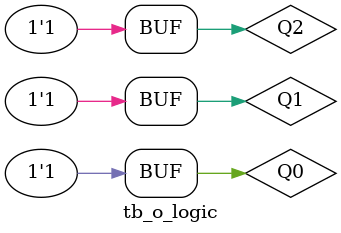
<source format=v>
`timescale 1ns/100ps


module tb_o_logic; //testbench module name is tb_o_logic
   
   reg Q2,Q1,Q0;      //1 bit reg
   wire [1:0] La,Lb;      //2 bit wire
   
   o_logic test(.Q2(Q2),.Q1(Q1),.Q0(Q0),.La(La),.Lb(Lb));      //test module
   
   initial begin // output encoded table testcase verificate
             Q2=0;Q1=0;Q0=0; // s0 0011
      #10;   Q2=0;Q1=0;Q0=1; // s1 0111
      #10;   Q2=0;Q1=1;Q0=0; // s2 1011
      #10;   Q2=0;Q1=1;Q0=1; // s3 0111
      #10;   Q2=1;Q1=0;Q0=0; // s4 1100
      #10;   Q2=1;Q1=0;Q0=1; // s5 1101
      #10;   Q2=1;Q1=1;Q0=0; // s6 1110
      #10;   Q2=1;Q1=1;Q0=1; // s7 1101
      #10;
   end
   
endmodule

</source>
